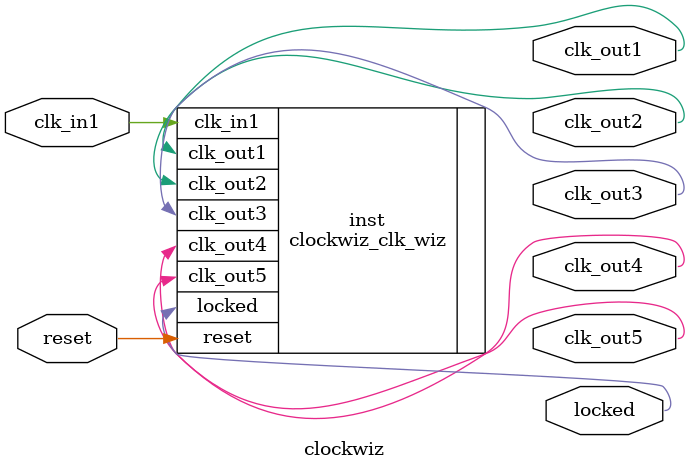
<source format=v>


`timescale 1ps/1ps

(* CORE_GENERATION_INFO = "clockwiz,clk_wiz_v6_0_14_0_0,{component_name=clockwiz,use_phase_alignment=true,use_min_o_jitter=true,use_max_i_jitter=false,use_dyn_phase_shift=false,use_inclk_switchover=false,use_dyn_reconfig=false,enable_axi=0,feedback_source=FDBK_AUTO,PRIMITIVE=MMCM,num_out_clk=5,clkin1_period=5.000,clkin2_period=10.0,use_power_down=false,use_reset=true,use_locked=true,use_inclk_stopped=false,feedback_type=SINGLE,CLOCK_MGR_TYPE=NA,manual_override=false}" *)

module clockwiz 
 (
  // Clock out ports
  output        clk_out1,
  output        clk_out2,
  output        clk_out3,
  output        clk_out4,
  output        clk_out5,
  // Status and control signals
  input         reset,
  output        locked,
 // Clock in ports
  input         clk_in1
 );

  clockwiz_clk_wiz inst
  (
  // Clock out ports  
  .clk_out1(clk_out1),
  .clk_out2(clk_out2),
  .clk_out3(clk_out3),
  .clk_out4(clk_out4),
  .clk_out5(clk_out5),
  // Status and control signals               
  .reset(reset), 
  .locked(locked),
 // Clock in ports
  .clk_in1(clk_in1)
  );

endmodule

</source>
